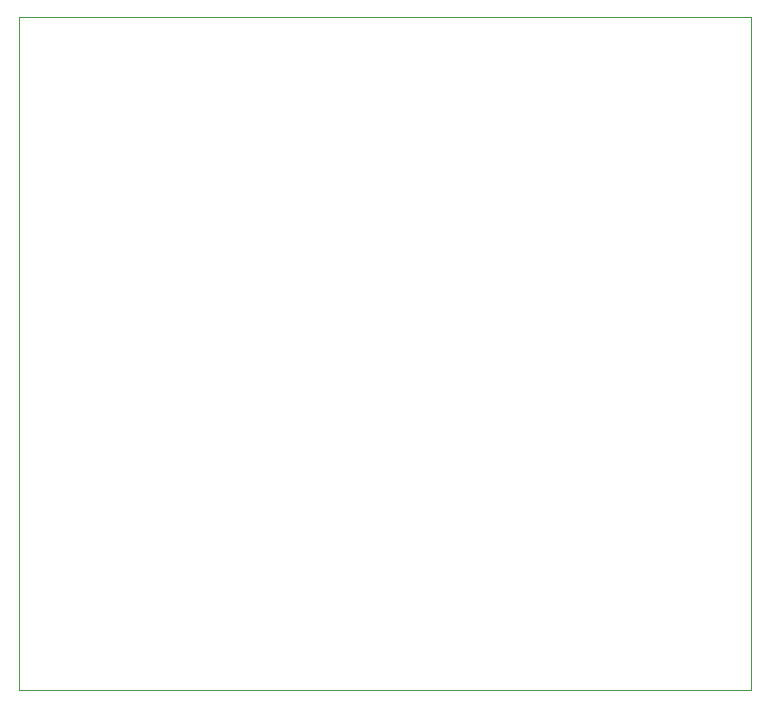
<source format=gm1>
G04 #@! TF.GenerationSoftware,KiCad,Pcbnew,(5.1.5)-3*
G04 #@! TF.CreationDate,2021-02-08T23:57:45+00:00*
G04 #@! TF.ProjectId,faderbox,66616465-7262-46f7-982e-6b696361645f,rev?*
G04 #@! TF.SameCoordinates,Original*
G04 #@! TF.FileFunction,Profile,NP*
%FSLAX46Y46*%
G04 Gerber Fmt 4.6, Leading zero omitted, Abs format (unit mm)*
G04 Created by KiCad (PCBNEW (5.1.5)-3) date 2021-02-08 23:57:45*
%MOMM*%
%LPD*%
G04 APERTURE LIST*
%ADD10C,0.050000*%
G04 APERTURE END LIST*
D10*
X54500000Y-26000000D02*
X54500000Y-83000000D01*
X116500000Y-26000000D02*
X54500000Y-26000000D01*
X116500000Y-83000000D02*
X116500000Y-26000000D01*
X54500000Y-83000000D02*
X116500000Y-83000000D01*
M02*

</source>
